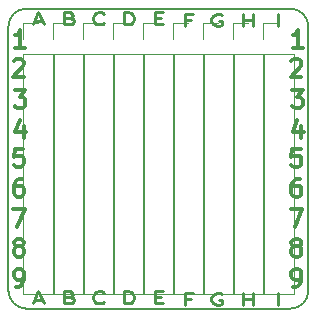
<source format=gbr>
%TF.GenerationSoftware,KiCad,Pcbnew,5.0.2+dfsg1-1~bpo9+1*%
%TF.CreationDate,2019-08-30T14:17:28+02:00*%
%TF.ProjectId,PROTOBOARD,50524f54-4f42-44f4-9152-442e6b696361,1.0*%
%TF.SameCoordinates,Original*%
%TF.FileFunction,Legend,Top*%
%TF.FilePolarity,Positive*%
%FSLAX46Y46*%
G04 Gerber Fmt 4.6, Leading zero omitted, Abs format (unit mm)*
G04 Created by KiCad (PCBNEW 5.0.2+dfsg1-1~bpo9+1) date Fri 30 Aug 2019 02:17:28 PM CEST*
%MOMM*%
%LPD*%
G01*
G04 APERTURE LIST*
%ADD10C,0.254000*%
%ADD11C,0.300000*%
%ADD12C,0.150000*%
%ADD13C,0.120000*%
G04 APERTURE END LIST*
D10*
X142240000Y-73357619D02*
X142240000Y-72341619D01*
X137425857Y-72390000D02*
X137283000Y-72341619D01*
X137068714Y-72341619D01*
X136854428Y-72390000D01*
X136711571Y-72486761D01*
X136640142Y-72583523D01*
X136568714Y-72777047D01*
X136568714Y-72922190D01*
X136640142Y-73115714D01*
X136711571Y-73212476D01*
X136854428Y-73309238D01*
X137068714Y-73357619D01*
X137211571Y-73357619D01*
X137425857Y-73309238D01*
X137497285Y-73260857D01*
X137497285Y-72922190D01*
X137211571Y-72922190D01*
X127464285Y-73133857D02*
X127392857Y-73182238D01*
X127178571Y-73230619D01*
X127035714Y-73230619D01*
X126821428Y-73182238D01*
X126678571Y-73085476D01*
X126607142Y-72988714D01*
X126535714Y-72795190D01*
X126535714Y-72650047D01*
X126607142Y-72456523D01*
X126678571Y-72359761D01*
X126821428Y-72263000D01*
X127035714Y-72214619D01*
X127178571Y-72214619D01*
X127392857Y-72263000D01*
X127464285Y-72311380D01*
X131758571Y-72698428D02*
X132258571Y-72698428D01*
X132472857Y-73230619D02*
X131758571Y-73230619D01*
X131758571Y-72214619D01*
X132472857Y-72214619D01*
X121562857Y-72940333D02*
X122277142Y-72940333D01*
X121420000Y-73230619D02*
X121920000Y-72214619D01*
X122420000Y-73230619D01*
X139271428Y-73357619D02*
X139271428Y-72341619D01*
X139271428Y-72825428D02*
X140128571Y-72825428D01*
X140128571Y-73357619D02*
X140128571Y-72341619D01*
X124567142Y-72698428D02*
X124781428Y-72746809D01*
X124852857Y-72795190D01*
X124924285Y-72891952D01*
X124924285Y-73037095D01*
X124852857Y-73133857D01*
X124781428Y-73182238D01*
X124638571Y-73230619D01*
X124067142Y-73230619D01*
X124067142Y-72214619D01*
X124567142Y-72214619D01*
X124710000Y-72263000D01*
X124781428Y-72311380D01*
X124852857Y-72408142D01*
X124852857Y-72504904D01*
X124781428Y-72601666D01*
X124710000Y-72650047D01*
X124567142Y-72698428D01*
X124067142Y-72698428D01*
X134834285Y-72825428D02*
X134334285Y-72825428D01*
X134334285Y-73357619D02*
X134334285Y-72341619D01*
X135048571Y-72341619D01*
X129147142Y-73230619D02*
X129147142Y-72214619D01*
X129504285Y-72214619D01*
X129718571Y-72263000D01*
X129861428Y-72359761D01*
X129932857Y-72456523D01*
X130004285Y-72650047D01*
X130004285Y-72795190D01*
X129932857Y-72988714D01*
X129861428Y-73085476D01*
X129718571Y-73182238D01*
X129504285Y-73230619D01*
X129147142Y-73230619D01*
X142240000Y-49735619D02*
X142240000Y-48719619D01*
X139271428Y-49735619D02*
X139271428Y-48719619D01*
X139271428Y-49203428D02*
X140128571Y-49203428D01*
X140128571Y-49735619D02*
X140128571Y-48719619D01*
X137425857Y-48768000D02*
X137283000Y-48719619D01*
X137068714Y-48719619D01*
X136854428Y-48768000D01*
X136711571Y-48864761D01*
X136640142Y-48961523D01*
X136568714Y-49155047D01*
X136568714Y-49300190D01*
X136640142Y-49493714D01*
X136711571Y-49590476D01*
X136854428Y-49687238D01*
X137068714Y-49735619D01*
X137211571Y-49735619D01*
X137425857Y-49687238D01*
X137497285Y-49638857D01*
X137497285Y-49300190D01*
X137211571Y-49300190D01*
X134834285Y-49203428D02*
X134334285Y-49203428D01*
X134334285Y-49735619D02*
X134334285Y-48719619D01*
X135048571Y-48719619D01*
X131758571Y-49076428D02*
X132258571Y-49076428D01*
X132472857Y-49608619D02*
X131758571Y-49608619D01*
X131758571Y-48592619D01*
X132472857Y-48592619D01*
X129147142Y-49608619D02*
X129147142Y-48592619D01*
X129504285Y-48592619D01*
X129718571Y-48641000D01*
X129861428Y-48737761D01*
X129932857Y-48834523D01*
X130004285Y-49028047D01*
X130004285Y-49173190D01*
X129932857Y-49366714D01*
X129861428Y-49463476D01*
X129718571Y-49560238D01*
X129504285Y-49608619D01*
X129147142Y-49608619D01*
X127464285Y-49511857D02*
X127392857Y-49560238D01*
X127178571Y-49608619D01*
X127035714Y-49608619D01*
X126821428Y-49560238D01*
X126678571Y-49463476D01*
X126607142Y-49366714D01*
X126535714Y-49173190D01*
X126535714Y-49028047D01*
X126607142Y-48834523D01*
X126678571Y-48737761D01*
X126821428Y-48641000D01*
X127035714Y-48592619D01*
X127178571Y-48592619D01*
X127392857Y-48641000D01*
X127464285Y-48689380D01*
X124567142Y-49076428D02*
X124781428Y-49124809D01*
X124852857Y-49173190D01*
X124924285Y-49269952D01*
X124924285Y-49415095D01*
X124852857Y-49511857D01*
X124781428Y-49560238D01*
X124638571Y-49608619D01*
X124067142Y-49608619D01*
X124067142Y-48592619D01*
X124567142Y-48592619D01*
X124710000Y-48641000D01*
X124781428Y-48689380D01*
X124852857Y-48786142D01*
X124852857Y-48882904D01*
X124781428Y-48979666D01*
X124710000Y-49028047D01*
X124567142Y-49076428D01*
X124067142Y-49076428D01*
X121562857Y-49318333D02*
X122277142Y-49318333D01*
X121420000Y-49608619D02*
X121920000Y-48592619D01*
X122420000Y-49608619D01*
D11*
X143391000Y-55185571D02*
X144319571Y-55185571D01*
X143819571Y-55757000D01*
X144033857Y-55757000D01*
X144176714Y-55828428D01*
X144248142Y-55899857D01*
X144319571Y-56042714D01*
X144319571Y-56399857D01*
X144248142Y-56542714D01*
X144176714Y-56614142D01*
X144033857Y-56685571D01*
X143605285Y-56685571D01*
X143462428Y-56614142D01*
X143391000Y-56542714D01*
X143621142Y-68401428D02*
X143478285Y-68330000D01*
X143406857Y-68258571D01*
X143335428Y-68115714D01*
X143335428Y-68044285D01*
X143406857Y-67901428D01*
X143478285Y-67830000D01*
X143621142Y-67758571D01*
X143906857Y-67758571D01*
X144049714Y-67830000D01*
X144121142Y-67901428D01*
X144192571Y-68044285D01*
X144192571Y-68115714D01*
X144121142Y-68258571D01*
X144049714Y-68330000D01*
X143906857Y-68401428D01*
X143621142Y-68401428D01*
X143478285Y-68472857D01*
X143406857Y-68544285D01*
X143335428Y-68687142D01*
X143335428Y-68972857D01*
X143406857Y-69115714D01*
X143478285Y-69187142D01*
X143621142Y-69258571D01*
X143906857Y-69258571D01*
X144049714Y-69187142D01*
X144121142Y-69115714D01*
X144192571Y-68972857D01*
X144192571Y-68687142D01*
X144121142Y-68544285D01*
X144049714Y-68472857D01*
X143906857Y-68401428D01*
X144176714Y-58225571D02*
X144176714Y-59225571D01*
X143819571Y-57654142D02*
X143462428Y-58725571D01*
X144391000Y-58725571D01*
X143478285Y-71798571D02*
X143764000Y-71798571D01*
X143906857Y-71727142D01*
X143978285Y-71655714D01*
X144121142Y-71441428D01*
X144192571Y-71155714D01*
X144192571Y-70584285D01*
X144121142Y-70441428D01*
X144049714Y-70370000D01*
X143906857Y-70298571D01*
X143621142Y-70298571D01*
X143478285Y-70370000D01*
X143406857Y-70441428D01*
X143335428Y-70584285D01*
X143335428Y-70941428D01*
X143406857Y-71084285D01*
X143478285Y-71155714D01*
X143621142Y-71227142D01*
X143906857Y-71227142D01*
X144049714Y-71155714D01*
X144121142Y-71084285D01*
X144192571Y-70941428D01*
X144319571Y-51605571D02*
X143462428Y-51605571D01*
X143891000Y-51605571D02*
X143891000Y-50105571D01*
X143748142Y-50319857D01*
X143605285Y-50462714D01*
X143462428Y-50534142D01*
X144121142Y-60138571D02*
X143406857Y-60138571D01*
X143335428Y-60852857D01*
X143406857Y-60781428D01*
X143549714Y-60710000D01*
X143906857Y-60710000D01*
X144049714Y-60781428D01*
X144121142Y-60852857D01*
X144192571Y-60995714D01*
X144192571Y-61352857D01*
X144121142Y-61495714D01*
X144049714Y-61567142D01*
X143906857Y-61638571D01*
X143549714Y-61638571D01*
X143406857Y-61567142D01*
X143335428Y-61495714D01*
X144049714Y-62678571D02*
X143764000Y-62678571D01*
X143621142Y-62750000D01*
X143549714Y-62821428D01*
X143406857Y-63035714D01*
X143335428Y-63321428D01*
X143335428Y-63892857D01*
X143406857Y-64035714D01*
X143478285Y-64107142D01*
X143621142Y-64178571D01*
X143906857Y-64178571D01*
X144049714Y-64107142D01*
X144121142Y-64035714D01*
X144192571Y-63892857D01*
X144192571Y-63535714D01*
X144121142Y-63392857D01*
X144049714Y-63321428D01*
X143906857Y-63250000D01*
X143621142Y-63250000D01*
X143478285Y-63321428D01*
X143406857Y-63392857D01*
X143335428Y-63535714D01*
X143335428Y-52661428D02*
X143406857Y-52590000D01*
X143549714Y-52518571D01*
X143906857Y-52518571D01*
X144049714Y-52590000D01*
X144121142Y-52661428D01*
X144192571Y-52804285D01*
X144192571Y-52947142D01*
X144121142Y-53161428D01*
X143264000Y-54018571D01*
X144192571Y-54018571D01*
X143264000Y-65218571D02*
X144264000Y-65218571D01*
X143621142Y-66718571D01*
X119983285Y-71798571D02*
X120269000Y-71798571D01*
X120411857Y-71727142D01*
X120483285Y-71655714D01*
X120626142Y-71441428D01*
X120697571Y-71155714D01*
X120697571Y-70584285D01*
X120626142Y-70441428D01*
X120554714Y-70370000D01*
X120411857Y-70298571D01*
X120126142Y-70298571D01*
X119983285Y-70370000D01*
X119911857Y-70441428D01*
X119840428Y-70584285D01*
X119840428Y-70941428D01*
X119911857Y-71084285D01*
X119983285Y-71155714D01*
X120126142Y-71227142D01*
X120411857Y-71227142D01*
X120554714Y-71155714D01*
X120626142Y-71084285D01*
X120697571Y-70941428D01*
X120126142Y-68401428D02*
X119983285Y-68330000D01*
X119911857Y-68258571D01*
X119840428Y-68115714D01*
X119840428Y-68044285D01*
X119911857Y-67901428D01*
X119983285Y-67830000D01*
X120126142Y-67758571D01*
X120411857Y-67758571D01*
X120554714Y-67830000D01*
X120626142Y-67901428D01*
X120697571Y-68044285D01*
X120697571Y-68115714D01*
X120626142Y-68258571D01*
X120554714Y-68330000D01*
X120411857Y-68401428D01*
X120126142Y-68401428D01*
X119983285Y-68472857D01*
X119911857Y-68544285D01*
X119840428Y-68687142D01*
X119840428Y-68972857D01*
X119911857Y-69115714D01*
X119983285Y-69187142D01*
X120126142Y-69258571D01*
X120411857Y-69258571D01*
X120554714Y-69187142D01*
X120626142Y-69115714D01*
X120697571Y-68972857D01*
X120697571Y-68687142D01*
X120626142Y-68544285D01*
X120554714Y-68472857D01*
X120411857Y-68401428D01*
X119769000Y-65218571D02*
X120769000Y-65218571D01*
X120126142Y-66718571D01*
X120554714Y-62678571D02*
X120269000Y-62678571D01*
X120126142Y-62750000D01*
X120054714Y-62821428D01*
X119911857Y-63035714D01*
X119840428Y-63321428D01*
X119840428Y-63892857D01*
X119911857Y-64035714D01*
X119983285Y-64107142D01*
X120126142Y-64178571D01*
X120411857Y-64178571D01*
X120554714Y-64107142D01*
X120626142Y-64035714D01*
X120697571Y-63892857D01*
X120697571Y-63535714D01*
X120626142Y-63392857D01*
X120554714Y-63321428D01*
X120411857Y-63250000D01*
X120126142Y-63250000D01*
X119983285Y-63321428D01*
X119911857Y-63392857D01*
X119840428Y-63535714D01*
X120626142Y-60138571D02*
X119911857Y-60138571D01*
X119840428Y-60852857D01*
X119911857Y-60781428D01*
X120054714Y-60710000D01*
X120411857Y-60710000D01*
X120554714Y-60781428D01*
X120626142Y-60852857D01*
X120697571Y-60995714D01*
X120697571Y-61352857D01*
X120626142Y-61495714D01*
X120554714Y-61567142D01*
X120411857Y-61638571D01*
X120054714Y-61638571D01*
X119911857Y-61567142D01*
X119840428Y-61495714D01*
X120681714Y-58225571D02*
X120681714Y-59225571D01*
X120324571Y-57654142D02*
X119967428Y-58725571D01*
X120896000Y-58725571D01*
X119896000Y-55185571D02*
X120824571Y-55185571D01*
X120324571Y-55757000D01*
X120538857Y-55757000D01*
X120681714Y-55828428D01*
X120753142Y-55899857D01*
X120824571Y-56042714D01*
X120824571Y-56399857D01*
X120753142Y-56542714D01*
X120681714Y-56614142D01*
X120538857Y-56685571D01*
X120110285Y-56685571D01*
X119967428Y-56614142D01*
X119896000Y-56542714D01*
X119840428Y-52661428D02*
X119911857Y-52590000D01*
X120054714Y-52518571D01*
X120411857Y-52518571D01*
X120554714Y-52590000D01*
X120626142Y-52661428D01*
X120697571Y-52804285D01*
X120697571Y-52947142D01*
X120626142Y-53161428D01*
X119769000Y-54018571D01*
X120697571Y-54018571D01*
X120824571Y-51605571D02*
X119967428Y-51605571D01*
X120396000Y-51605571D02*
X120396000Y-50105571D01*
X120253142Y-50319857D01*
X120110285Y-50462714D01*
X119967428Y-50534142D01*
D12*
X119380000Y-49784000D02*
X119380000Y-72136000D01*
X143256000Y-48260000D02*
X120904000Y-48260000D01*
X144780000Y-72136000D02*
X144780000Y-49784000D01*
X120904000Y-73660000D02*
X143256000Y-73660000D01*
X143256000Y-48260000D02*
G75*
G02X144780000Y-49784000I0J-1524000D01*
G01*
X119380000Y-49784000D02*
G75*
G02X120904000Y-48260000I1524000J0D01*
G01*
X120904000Y-73660000D02*
G75*
G02X119380000Y-72136000I0J1524000D01*
G01*
X144780000Y-72136000D02*
G75*
G02X143256000Y-73660000I-1524000J0D01*
G01*
D13*
X140910000Y-72450000D02*
X143570000Y-72450000D01*
X140910000Y-52070000D02*
X140910000Y-72450000D01*
X143570000Y-52070000D02*
X143570000Y-72450000D01*
X140910000Y-52070000D02*
X143570000Y-52070000D01*
X140910000Y-50800000D02*
X140910000Y-49470000D01*
X140910000Y-49470000D02*
X142240000Y-49470000D01*
X138370000Y-49470000D02*
X139700000Y-49470000D01*
X138370000Y-50800000D02*
X138370000Y-49470000D01*
X138370000Y-52070000D02*
X141030000Y-52070000D01*
X141030000Y-52070000D02*
X141030000Y-72450000D01*
X138370000Y-52070000D02*
X138370000Y-72450000D01*
X138370000Y-72450000D02*
X141030000Y-72450000D01*
X135830000Y-72450000D02*
X138490000Y-72450000D01*
X135830000Y-52070000D02*
X135830000Y-72450000D01*
X138490000Y-52070000D02*
X138490000Y-72450000D01*
X135830000Y-52070000D02*
X138490000Y-52070000D01*
X135830000Y-50800000D02*
X135830000Y-49470000D01*
X135830000Y-49470000D02*
X137160000Y-49470000D01*
X133290000Y-49470000D02*
X134620000Y-49470000D01*
X133290000Y-50800000D02*
X133290000Y-49470000D01*
X133290000Y-52070000D02*
X135950000Y-52070000D01*
X135950000Y-52070000D02*
X135950000Y-72450000D01*
X133290000Y-52070000D02*
X133290000Y-72450000D01*
X133290000Y-72450000D02*
X135950000Y-72450000D01*
X130750000Y-72450000D02*
X133410000Y-72450000D01*
X130750000Y-52070000D02*
X130750000Y-72450000D01*
X133410000Y-52070000D02*
X133410000Y-72450000D01*
X130750000Y-52070000D02*
X133410000Y-52070000D01*
X130750000Y-50800000D02*
X130750000Y-49470000D01*
X130750000Y-49470000D02*
X132080000Y-49470000D01*
X128210000Y-49470000D02*
X129540000Y-49470000D01*
X128210000Y-50800000D02*
X128210000Y-49470000D01*
X128210000Y-52070000D02*
X130870000Y-52070000D01*
X130870000Y-52070000D02*
X130870000Y-72450000D01*
X128210000Y-52070000D02*
X128210000Y-72450000D01*
X128210000Y-72450000D02*
X130870000Y-72450000D01*
X125670000Y-72450000D02*
X128330000Y-72450000D01*
X125670000Y-52070000D02*
X125670000Y-72450000D01*
X128330000Y-52070000D02*
X128330000Y-72450000D01*
X125670000Y-52070000D02*
X128330000Y-52070000D01*
X125670000Y-50800000D02*
X125670000Y-49470000D01*
X125670000Y-49470000D02*
X127000000Y-49470000D01*
X123130000Y-49470000D02*
X124460000Y-49470000D01*
X123130000Y-50800000D02*
X123130000Y-49470000D01*
X123130000Y-52070000D02*
X125790000Y-52070000D01*
X125790000Y-52070000D02*
X125790000Y-72450000D01*
X123130000Y-52070000D02*
X123130000Y-72450000D01*
X123130000Y-72450000D02*
X125790000Y-72450000D01*
X120590000Y-72450000D02*
X123250000Y-72450000D01*
X120590000Y-52070000D02*
X120590000Y-72450000D01*
X123250000Y-52070000D02*
X123250000Y-72450000D01*
X120590000Y-52070000D02*
X123250000Y-52070000D01*
X120590000Y-50800000D02*
X120590000Y-49470000D01*
X120590000Y-49470000D02*
X121920000Y-49470000D01*
M02*

</source>
